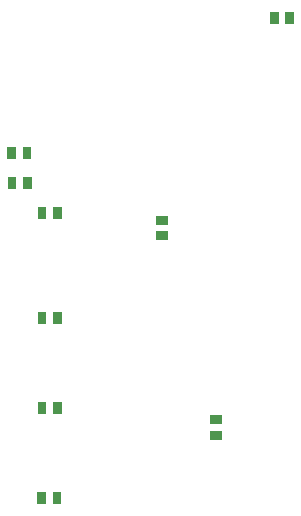
<source format=gbr>
G04 start of page 8 for group -4015 idx -4015 *
G04 Title: (unknown), toppaste *
G04 Creator: pcb 20110918 *
G04 CreationDate: Tue 12 Jun 2012 03:36:23 PM GMT UTC *
G04 For: ed *
G04 Format: Gerber/RS-274X *
G04 PCB-Dimensions: 236000 283000 *
G04 PCB-Coordinate-Origin: lower left *
%MOIN*%
%FSLAX25Y25*%
%LNTOPPASTE*%
%ADD58R,0.0295X0.0295*%
G54D58*X119882Y33492D02*Y32508D01*
X125000Y33492D02*Y32508D01*
X110000Y138492D02*Y137508D01*
X115118Y138492D02*Y137508D01*
X120000Y93492D02*Y92508D01*
X125118Y93492D02*Y92508D01*
X109882Y148492D02*Y147508D01*
X115000Y148492D02*Y147508D01*
X120000Y63492D02*Y62508D01*
X125118Y63492D02*Y62508D01*
X177508Y59000D02*X178492D01*
X177508Y53882D02*X178492D01*
X159508Y125559D02*X160492D01*
X159508Y120441D02*X160492D01*
X120000Y128492D02*Y127508D01*
X125118Y128492D02*Y127508D01*
X197441Y193492D02*Y192508D01*
X202559Y193492D02*Y192508D01*
M02*

</source>
